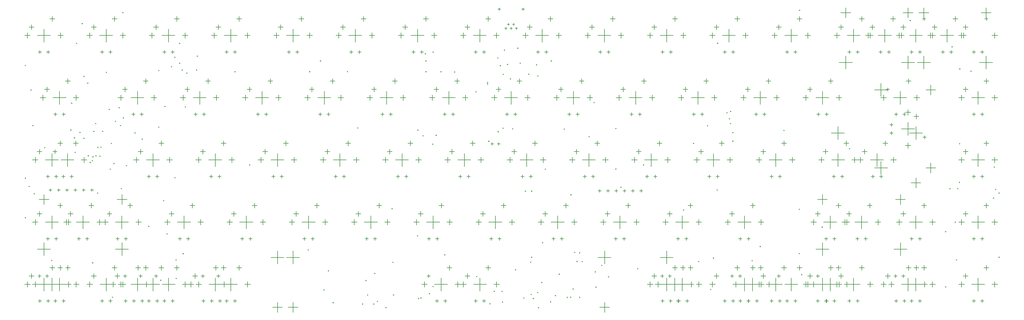
<source format=gbr>
%FSTAX23Y23*%
%MOIN*%
%SFA1B1*%

%IPPOS*%
%ADD132C,0.005000*%
%LNquadcube_65_pcb_drillmap_1-1*%
%LPD*%
G54D132*
X15042Y07411D02*
X15082D01*
X15062Y07391D02*
Y07431D01*
X04981Y06886D02*
X05021D01*
X05001Y06866D02*
Y06906D01*
X05824Y06136D02*
X05864D01*
X05844Y06116D02*
Y06156D01*
X05168Y06886D02*
X05208D01*
X05188Y06866D02*
Y06906D01*
X15012Y08386D02*
X15052D01*
X15032Y08366D02*
Y08406D01*
X15387Y08386D02*
X15427D01*
X15407Y08366D02*
Y08406D01*
X14918Y06886D02*
X14958D01*
X14938Y06866D02*
Y06906D01*
X15198Y07636D02*
X15238D01*
X15218Y07616D02*
Y07656D01*
X05356Y06136D02*
X05396D01*
X05376Y06116D02*
Y06156D01*
X04981Y06136D02*
X05021D01*
X05001Y06116D02*
Y06156D01*
X16137Y08386D02*
X16177D01*
X16157Y08366D02*
Y08406D01*
X15762Y08386D02*
X15802D01*
X15782Y08366D02*
Y08406D01*
X14637Y08386D02*
X14677D01*
X14657Y08366D02*
Y08406D01*
X05818Y05386D02*
X05858D01*
X05838Y05366D02*
Y05406D01*
X14731Y06136D02*
X14771D01*
X14751Y06116D02*
Y06156D01*
X14356Y06136D02*
X14396D01*
X14376Y06116D02*
Y06156D01*
X07137Y05386D02*
X07177D01*
X07157Y05366D02*
Y05406D01*
X10137Y05386D02*
X10177D01*
X10157Y05366D02*
Y05406D01*
X12581Y05386D02*
X12621D01*
X12601Y05366D02*
Y05406D01*
X12381Y05386D02*
X12421D01*
X12401Y05366D02*
Y05406D01*
X09668Y05386D02*
X09708D01*
X09688Y05366D02*
Y05406D01*
X13699Y05386D02*
X13739D01*
X13719Y05366D02*
Y05406D01*
X14356Y05386D02*
X14396D01*
X14376Y05366D02*
Y05406D01*
X14156Y05386D02*
X14196D01*
X14176Y05366D02*
Y05406D01*
X13224Y05386D02*
X13264D01*
X13244Y05366D02*
Y05406D01*
X13887Y05386D02*
X13927D01*
X13907Y05366D02*
Y05406D01*
X14637Y05386D02*
X14677D01*
X14657Y05366D02*
Y05406D01*
X13424Y05386D02*
X13464D01*
X13444Y05366D02*
Y05406D01*
X13137Y05386D02*
X13177D01*
X13157Y05366D02*
Y05406D01*
X04872Y07086D02*
X05029D01*
X04951Y07008D02*
Y07165D01*
X105Y0872D02*
X10527D01*
X10513Y08706D02*
Y08734D01*
X10437Y0872D02*
X10464D01*
X1045Y08706D02*
Y08734D01*
X10531Y08673D02*
X10559D01*
X10545Y08659D02*
Y08687D01*
X10405Y08673D02*
X10433D01*
X10419Y08659D02*
Y08687D01*
X10468Y08673D02*
X10496D01*
X10482Y08659D02*
Y08687D01*
X10609Y08903D02*
X10642D01*
X10625Y08886D02*
Y0892D01*
X10321Y08903D02*
X10355D01*
X10338Y08886D02*
Y0892D01*
X05416Y06724D02*
X05451D01*
X05434Y06706D02*
Y06742D01*
X05316Y06724D02*
X05351D01*
X05334Y06706D02*
Y06742D01*
X05216Y06724D02*
X05251D01*
X05234Y06706D02*
Y06742D01*
X05116Y06724D02*
X05151D01*
X05134Y06706D02*
Y06742D01*
X05016Y06724D02*
X05051D01*
X05034Y06706D02*
Y06742D01*
X04916Y06724D02*
X04951D01*
X04934Y06706D02*
Y06742D01*
X1203Y06715D02*
X12065D01*
X12048Y06697D02*
Y06733D01*
X1193Y06715D02*
X11965D01*
X11948Y06697D02*
Y06733D01*
X1183Y06715D02*
X11865D01*
X11848Y06697D02*
Y06733D01*
X1173Y06715D02*
X11765D01*
X11748Y06697D02*
Y06733D01*
X1163Y06715D02*
X11665D01*
X11648Y06697D02*
Y06733D01*
X1153Y06715D02*
X11565D01*
X11548Y06697D02*
Y06733D01*
X10316Y07281D02*
X10348D01*
X10332Y07265D02*
Y07297D01*
X10238Y07281D02*
X10269D01*
X10253Y07265D02*
Y07297D01*
X15653Y08586D02*
X15811D01*
X15732Y08508D02*
Y08665D01*
X15427Y05786D02*
X15486D01*
X15457Y05757D02*
Y05816D01*
X15523Y05586D02*
X15591D01*
X15557Y05553D02*
Y0562D01*
X15287Y05386D02*
X15327D01*
X15307Y05366D02*
Y05406D01*
X15278Y05586D02*
X15436D01*
X15357Y05508D02*
Y05665D01*
X15187Y05686D02*
X15226D01*
X15207Y05667D02*
Y05706D01*
X14677Y05786D02*
X14736D01*
X14707Y05757D02*
Y05816D01*
X14373Y05586D02*
X14441D01*
X14407Y05553D02*
Y0562D01*
X14773Y05586D02*
X14841D01*
X14807Y05553D02*
Y0562D01*
X14537Y05386D02*
X14577D01*
X14557Y05366D02*
Y05406D01*
X14528Y05586D02*
X14686D01*
X14607Y05508D02*
Y05665D01*
X14427Y05686D02*
X14486D01*
X14457Y05657D02*
Y05716D01*
X13927Y05786D02*
X13986D01*
X13957Y05757D02*
Y05816D01*
X14023Y05586D02*
X14091D01*
X14057Y05553D02*
Y0562D01*
X13787Y05386D02*
X13827D01*
X13807Y05366D02*
Y05406D01*
X13778Y05586D02*
X13936D01*
X13857Y05508D02*
Y05665D01*
X13687Y05686D02*
X13726D01*
X13707Y05667D02*
Y05706D01*
X15093Y05686D02*
X15133D01*
X15113Y05667D02*
Y05706D01*
X15184Y05586D02*
X15342D01*
X15263Y05508D02*
Y05665D01*
X15429Y05586D02*
X15497D01*
X15463Y05553D02*
Y0562D01*
X15029Y05586D02*
X15097D01*
X15063Y05553D02*
Y0562D01*
X15334Y05786D02*
X15393D01*
X15363Y05757D02*
Y05816D01*
X1524Y05786D02*
X15299D01*
X15269Y05757D02*
Y05816D01*
X14936Y05586D02*
X15003D01*
X14969Y05553D02*
Y0562D01*
X15099Y05386D02*
X15139D01*
X15119Y05366D02*
Y05406D01*
X1499Y05686D02*
X15049D01*
X15019Y05657D02*
Y05716D01*
X14156Y05686D02*
X14195D01*
X14176Y05667D02*
Y05706D01*
X14247Y05586D02*
X14404D01*
X14326Y05508D02*
Y05665D01*
X14256Y05386D02*
X14296D01*
X14276Y05366D02*
Y05406D01*
X14492Y05586D02*
X14559D01*
X14526Y05553D02*
Y0562D01*
X14092Y05586D02*
X14159D01*
X14126Y05553D02*
Y0562D01*
X14396Y05786D02*
X14455D01*
X14426Y05757D02*
Y05816D01*
X13177Y05786D02*
X13236D01*
X13207Y05757D02*
Y05816D01*
X12873Y05586D02*
X12941D01*
X12907Y05553D02*
Y0562D01*
X13037Y05386D02*
X13077D01*
X13057Y05366D02*
Y05406D01*
X12927Y05686D02*
X12986D01*
X12957Y05657D02*
Y05716D01*
X14396Y06536D02*
X14455D01*
X14426Y06507D02*
Y06566D01*
X14092Y06336D02*
X14159D01*
X14126Y06303D02*
Y0637D01*
X14492Y06336D02*
X14559D01*
X14526Y06303D02*
Y0637D01*
X14256Y06136D02*
X14296D01*
X14276Y06116D02*
Y06156D01*
X14247Y06336D02*
X14404D01*
X14326Y06258D02*
Y06415D01*
X14146Y06436D02*
X14205D01*
X14176Y06407D02*
Y06466D01*
X15238Y08036D02*
X15298D01*
X15268Y08007D02*
Y08066D01*
X14934Y07836D02*
X15002D01*
X14968Y07803D02*
Y0787D01*
X15334Y07836D02*
X15402D01*
X15368Y07803D02*
Y0787D01*
X15098Y07636D02*
X15138D01*
X15118Y07616D02*
Y07656D01*
X15089Y07836D02*
X15247D01*
X15168Y07758D02*
Y07915D01*
X14998Y07936D02*
X15038D01*
X15018Y07917D02*
Y07956D01*
X15442Y07361D02*
X15481D01*
X15462Y07342D02*
Y07381D01*
X15228Y07661D02*
X15296D01*
X15262Y07628D02*
Y07695D01*
X15228Y07261D02*
X15296D01*
X15262Y07228D02*
Y07295D01*
X15042Y07511D02*
X15082D01*
X15062Y07491D02*
Y07531D01*
X15183Y07461D02*
X15341D01*
X15262Y07383D02*
Y0754D01*
X15332Y07611D02*
X15391D01*
X15362Y07582D02*
Y07641D01*
X14959Y07286D02*
X15018D01*
X14988Y07257D02*
Y07316D01*
X14654Y07086D02*
X14722D01*
X14688Y07053D02*
Y0712D01*
X15054Y07086D02*
X15122D01*
X15088Y07053D02*
Y0712D01*
X14818Y06886D02*
X14858D01*
X14838Y06866D02*
Y06906D01*
X14809Y07086D02*
X14967D01*
X14888Y07008D02*
Y07165D01*
X14709Y07186D02*
X14768D01*
X14738Y07157D02*
Y07216D01*
X1449Y07286D02*
X14549D01*
X14519Y07257D02*
Y07316D01*
X14186Y07086D02*
X14253D01*
X14219Y07053D02*
Y0712D01*
X14586Y07086D02*
X14653D01*
X14619Y07053D02*
Y0712D01*
X14349Y06886D02*
X14389D01*
X14369Y06866D02*
Y06906D01*
X14341Y07086D02*
X14498D01*
X14419Y07008D02*
Y07165D01*
X1424Y07186D02*
X14299D01*
X14269Y07157D02*
Y07216D01*
X12427Y05786D02*
X12486D01*
X12457Y05757D02*
Y05816D01*
X12123Y05586D02*
X12191D01*
X12157Y05553D02*
Y0562D01*
X12287Y05386D02*
X12327D01*
X12307Y05366D02*
Y05406D01*
X12278Y05586D02*
X12436D01*
X12357Y05508D02*
Y05665D01*
X12177Y05686D02*
X12236D01*
X12207Y05657D02*
Y05716D01*
X13459Y05786D02*
X13518D01*
X13488Y05757D02*
Y05816D01*
X13154Y05586D02*
X13222D01*
X13188Y05553D02*
Y0562D01*
X13554Y05586D02*
X13622D01*
X13588Y05553D02*
Y0562D01*
X13318Y05386D02*
X13358D01*
X13338Y05366D02*
Y05406D01*
X13309Y05586D02*
X13467D01*
X13388Y05508D02*
Y05665D01*
X13218Y05686D02*
X13258D01*
X13238Y05667D02*
Y05706D01*
X1349Y05686D02*
X13549D01*
X13519Y05657D02*
Y05716D01*
X13591Y05586D02*
X13748D01*
X13669Y05508D02*
Y05665D01*
X13599Y05386D02*
X13639D01*
X13619Y05366D02*
Y05406D01*
X13436Y05586D02*
X13503D01*
X13469Y05553D02*
Y0562D01*
X1374Y05786D02*
X13799D01*
X13769Y05757D02*
Y05816D01*
X14302Y05786D02*
X14361D01*
X14332Y05757D02*
Y05816D01*
X13998Y05586D02*
X14066D01*
X14032Y05553D02*
Y0562D01*
X14398Y05586D02*
X14466D01*
X14432Y05553D02*
Y0562D01*
X14262Y05386D02*
X14302D01*
X14282Y05366D02*
Y05406D01*
X14153Y05586D02*
X14311D01*
X14232Y05508D02*
Y05665D01*
X14052Y05686D02*
X14111D01*
X14082Y05657D02*
Y05716D01*
X12281Y05686D02*
X1232D01*
X12301Y05667D02*
Y05706D01*
X12372Y05586D02*
X12529D01*
X12451Y05508D02*
Y05665D01*
X12481Y05386D02*
X12521D01*
X12501Y05366D02*
Y05406D01*
X12617Y05586D02*
X12684D01*
X12651Y05553D02*
Y0562D01*
X12217Y05586D02*
X12284D01*
X12251Y05553D02*
Y0562D01*
X12521Y05786D02*
X1258D01*
X12551Y05757D02*
Y05816D01*
X10177Y05786D02*
X10236D01*
X10207Y05757D02*
Y05816D01*
X09873Y05586D02*
X09941D01*
X09907Y05553D02*
Y0562D01*
X10273Y05586D02*
X10341D01*
X10307Y05553D02*
Y0562D01*
X10037Y05386D02*
X10077D01*
X10057Y05366D02*
Y05406D01*
X10028Y05586D02*
X10186D01*
X10107Y05508D02*
Y05665D01*
X09927Y05686D02*
X09986D01*
X09957Y05657D02*
Y05716D01*
X12375Y05686D02*
X12414D01*
X12394Y05667D02*
Y05706D01*
X12466Y05586D02*
X12623D01*
X12544Y05508D02*
Y05665D01*
X12474Y05386D02*
X12514D01*
X12494Y05366D02*
Y05406D01*
X12711Y05586D02*
X12778D01*
X12744Y05553D02*
Y0562D01*
X12615Y05786D02*
X12674D01*
X12644Y05757D02*
Y05816D01*
X09405Y05587D02*
X09472D01*
X09438Y05553D02*
Y05621D01*
X09805Y05587D02*
X09872D01*
X09838Y05553D02*
Y05621D01*
X13125Y05686D02*
X13164D01*
X13144Y05667D02*
Y05706D01*
X13216Y05586D02*
X13373D01*
X13294Y05508D02*
Y05665D01*
X13324Y05386D02*
X13364D01*
X13344Y05366D02*
Y05406D01*
X13461Y05586D02*
X13528D01*
X13494Y05553D02*
Y0562D01*
X13365Y05786D02*
X13424D01*
X13394Y05757D02*
Y05816D01*
X09709Y05786D02*
X09768D01*
X09738Y05757D02*
Y05816D01*
X09568Y05386D02*
X09608D01*
X09588Y05366D02*
Y05406D01*
X09559Y05586D02*
X09717D01*
X09638Y05508D02*
Y05665D01*
X09468Y05686D02*
X09508D01*
X09488Y05667D02*
Y05706D01*
X06937Y05686D02*
X06976D01*
X06957Y05667D02*
Y05706D01*
X07028Y05586D02*
X07186D01*
X07107Y05508D02*
Y05665D01*
X07037Y05386D02*
X07077D01*
X07057Y05366D02*
Y05406D01*
X07273Y05586D02*
X07341D01*
X07307Y05553D02*
Y0562D01*
X07177Y05786D02*
X07236D01*
X07207Y05757D02*
Y05816D01*
X0675Y05686D02*
X06789D01*
X06769Y05667D02*
Y05706D01*
X06841Y05586D02*
X06998D01*
X06919Y05508D02*
Y05665D01*
X06686Y05586D02*
X06753D01*
X06719Y05553D02*
Y0562D01*
X0699Y05786D02*
X07049D01*
X07019Y05757D02*
Y05816D01*
X06646Y05686D02*
X06705D01*
X06676Y05657D02*
Y05716D01*
X06856Y05386D02*
X06896D01*
X06876Y05366D02*
Y05406D01*
X06992Y05586D02*
X07059D01*
X07026Y05553D02*
Y0562D01*
X06592Y05586D02*
X06659D01*
X06626Y05553D02*
Y0562D01*
X06896Y05786D02*
X06955D01*
X06926Y05757D02*
Y05816D01*
X05959Y05786D02*
X06018D01*
X05988Y05757D02*
Y05816D01*
X05654Y05586D02*
X05722D01*
X05688Y05553D02*
Y0562D01*
X06054Y05586D02*
X06122D01*
X06088Y05553D02*
Y0562D01*
X05918Y05386D02*
X05958D01*
X05938Y05366D02*
Y05406D01*
X05709Y05686D02*
X05768D01*
X05738Y05657D02*
Y05716D01*
X06427Y05786D02*
X06486D01*
X06457Y05757D02*
Y05816D01*
X06523Y05586D02*
X06591D01*
X06557Y05553D02*
Y0562D01*
X06287Y05386D02*
X06327D01*
X06307Y05366D02*
Y05406D01*
X06278Y05586D02*
X06436D01*
X06357Y05508D02*
Y05665D01*
X06187Y05686D02*
X06226D01*
X06207Y05667D02*
Y05706D01*
X05427Y05686D02*
X05486D01*
X05457Y05657D02*
Y05716D01*
X05528Y05586D02*
X05686D01*
X05607Y05508D02*
Y05665D01*
X05537Y05386D02*
X05577D01*
X05557Y05366D02*
Y05406D01*
X05773Y05586D02*
X05841D01*
X05807Y05553D02*
Y0562D01*
X05373Y05586D02*
X05441D01*
X05407Y05553D02*
Y0562D01*
X05677Y05786D02*
X05736D01*
X05707Y05757D02*
Y05816D01*
X06Y05686D02*
X06039D01*
X06019Y05667D02*
Y05706D01*
X06091Y05586D02*
X06248D01*
X06169Y05508D02*
Y05665D01*
X06099Y05386D02*
X06139D01*
X06119Y05366D02*
Y05406D01*
X0624Y05786D02*
X06299D01*
X06269Y05757D02*
Y05816D01*
X04677Y05686D02*
X04736D01*
X04707Y05657D02*
Y05716D01*
X04778Y05586D02*
X04936D01*
X04857Y05508D02*
Y05665D01*
X04787Y05386D02*
X04827D01*
X04807Y05366D02*
Y05406D01*
X04623Y05586D02*
X04691D01*
X04657Y05553D02*
Y0562D01*
X04927Y05786D02*
X04986D01*
X04957Y05757D02*
Y05816D01*
X05812Y05686D02*
X05851D01*
X05832Y05667D02*
Y05706D01*
X05903Y05586D02*
X06061D01*
X05982Y05508D02*
Y05665D01*
X05748Y05586D02*
X05816D01*
X05782Y05553D02*
Y0562D01*
X06052Y05786D02*
X06111D01*
X06082Y05757D02*
Y05816D01*
X05146Y06436D02*
X05205D01*
X05176Y06407D02*
Y06466D01*
X05247Y06336D02*
X05404D01*
X05326Y06258D02*
Y06415D01*
X05256Y06136D02*
X05296D01*
X05276Y06116D02*
Y06156D01*
X05492Y06336D02*
X05559D01*
X05526Y06303D02*
Y0637D01*
X05092Y06336D02*
X05159D01*
X05126Y06303D02*
Y0637D01*
X05396Y06536D02*
X05455D01*
X05426Y06507D02*
Y06566D01*
X05615Y06436D02*
X05674D01*
X05644Y06407D02*
Y06466D01*
X05716Y06336D02*
X05873D01*
X05794Y06258D02*
Y06415D01*
X05724Y06136D02*
X05764D01*
X05744Y06116D02*
Y06156D01*
X05961Y06336D02*
X06028D01*
X05994Y06303D02*
Y0637D01*
X05561Y06336D02*
X05628D01*
X05594Y06303D02*
Y0637D01*
X05865Y06536D02*
X05924D01*
X05894Y06507D02*
Y06566D01*
X05115Y05786D02*
X05174D01*
X05144Y05757D02*
Y05816D01*
X05211Y05586D02*
X05278D01*
X05244Y05553D02*
Y0562D01*
X04974Y05386D02*
X05014D01*
X04994Y05366D02*
Y05406D01*
X04966Y05586D02*
X05123D01*
X05044Y05508D02*
Y05665D01*
X04875Y05686D02*
X04914D01*
X04894Y05667D02*
Y05706D01*
X05021Y05786D02*
X0508D01*
X05051Y05757D02*
Y05816D01*
X04717Y05586D02*
X04784D01*
X04751Y05553D02*
Y0562D01*
X05117Y05586D02*
X05184D01*
X05151Y05553D02*
Y0562D01*
X04872Y05586D02*
X05029D01*
X04951Y05508D02*
Y05665D01*
X04781Y05686D02*
X0482D01*
X04801Y05667D02*
Y05706D01*
X04964Y07186D02*
X05012D01*
X04988Y07163D02*
Y0721D01*
X05059Y07086D02*
X05217D01*
X05138Y07008D02*
Y07165D01*
X05068Y06886D02*
X05108D01*
X05088Y06866D02*
Y06906D01*
X05304Y07086D02*
X05372D01*
X05338Y07053D02*
Y0712D01*
X05208Y07286D02*
X05268D01*
X05238Y07257D02*
Y07316D01*
X04771Y06436D02*
X0483D01*
X04801Y06407D02*
Y06466D01*
X04872Y06336D02*
X05029D01*
X04951Y06258D02*
Y06415D01*
X04881Y06136D02*
X04921D01*
X04901Y06116D02*
Y06156D01*
X05117Y06336D02*
X05184D01*
X05151Y06303D02*
Y0637D01*
X04717Y06336D02*
X04784D01*
X04751Y06303D02*
Y0637D01*
X05021Y06536D02*
X0508D01*
X05051Y06507D02*
Y06566D01*
X04771Y07186D02*
X0483D01*
X04801Y07157D02*
Y07216D01*
X04881Y06886D02*
X04921D01*
X04901Y06866D02*
Y06906D01*
X04717Y07086D02*
X04784D01*
X04751Y07053D02*
Y0712D01*
X05021Y07286D02*
X0508D01*
X05051Y07257D02*
Y07316D01*
X15437Y08786D02*
X15476D01*
X15457Y08767D02*
Y08806D01*
X15123Y08586D02*
X15191D01*
X15157Y08553D02*
Y0862D01*
X15523Y08586D02*
X15591D01*
X15557Y08553D02*
Y0862D01*
X15287Y08386D02*
X15327D01*
X15307Y08366D02*
Y08406D01*
X15278Y08586D02*
X15436D01*
X15357Y08508D02*
Y08665D01*
X15177Y08686D02*
X15236D01*
X15207Y08657D02*
Y08716D01*
X15802Y08786D02*
X15861D01*
X15832Y08757D02*
Y08816D01*
X15498Y08586D02*
X15566D01*
X15532Y08553D02*
Y0862D01*
X15898Y08586D02*
X15966D01*
X15932Y08553D02*
Y0862D01*
X15662Y08386D02*
X15702D01*
X15682Y08366D02*
Y08406D01*
X15552Y08686D02*
X15611D01*
X15582Y08657D02*
Y08716D01*
X16187Y08786D02*
X16226D01*
X16207Y08767D02*
Y08806D01*
X15873Y08586D02*
X15941D01*
X15907Y08553D02*
Y0862D01*
X16273Y08586D02*
X16341D01*
X16307Y08553D02*
Y0862D01*
X16037Y08386D02*
X16077D01*
X16057Y08366D02*
Y08406D01*
X15927Y08686D02*
X15986D01*
X15957Y08657D02*
Y08716D01*
X14771Y06536D02*
X1483D01*
X14801Y06507D02*
Y06566D01*
X14467Y06336D02*
X14534D01*
X14501Y06303D02*
Y0637D01*
X14867Y06336D02*
X14934D01*
X14901Y06303D02*
Y0637D01*
X14631Y06136D02*
X14671D01*
X14651Y06116D02*
Y06156D01*
X14622Y06336D02*
X14779D01*
X14701Y06258D02*
Y06415D01*
X14521Y06436D02*
X1458D01*
X14551Y06407D02*
Y06466D01*
X14802Y08686D02*
X14861D01*
X14832Y08657D02*
Y08716D01*
X14903Y08586D02*
X15061D01*
X14982Y08508D02*
Y08665D01*
X14912Y08386D02*
X14952D01*
X14932Y08366D02*
Y08406D01*
X15148Y08586D02*
X15216D01*
X15182Y08553D02*
Y0862D01*
X14748Y08586D02*
X14816D01*
X14782Y08553D02*
Y0862D01*
X15052Y08786D02*
X15111D01*
X15082Y08757D02*
Y08816D01*
X14677Y08786D02*
X14736D01*
X14707Y08757D02*
Y08816D01*
X14373Y08586D02*
X14441D01*
X14407Y08553D02*
Y0862D01*
X14773Y08586D02*
X14841D01*
X14807Y08553D02*
Y0862D01*
X14537Y08386D02*
X14577D01*
X14557Y08366D02*
Y08406D01*
X14528Y08586D02*
X14686D01*
X14607Y08508D02*
Y08665D01*
X14427Y08686D02*
X14486D01*
X14457Y08657D02*
Y08716D01*
X15279Y07411D02*
X15437D01*
X15358Y07333D02*
Y0749D01*
X14339Y07411D02*
X14497D01*
X14418Y07333D02*
Y0749D01*
X12277Y05911D02*
X12434D01*
X12356Y05833D02*
Y0599D01*
X14152Y06011D02*
X14309D01*
X14231Y05933D02*
Y0609D01*
X11549Y05311D02*
X11667D01*
X11608Y05252D02*
Y05371D01*
X15111Y06611D02*
X1523D01*
X15171Y06552D02*
Y06671D01*
X15092Y06011D02*
X15249D01*
X15171Y05933D02*
Y0609D01*
X15299Y06811D02*
X15417D01*
X15358Y06752D02*
Y06871D01*
X11529Y05911D02*
X11687D01*
X11608Y05833D02*
Y0599D01*
X07609Y05311D02*
X07727D01*
X07668Y05252D02*
Y05371D01*
X07777Y05911D02*
X07934D01*
X07856Y05833D02*
Y0599D01*
X07589Y05911D02*
X07747D01*
X07668Y05833D02*
Y0599D01*
X07796Y05311D02*
X07915D01*
X07856Y05252D02*
Y05371D01*
X14453Y08861D02*
X14571D01*
X14512Y08802D02*
Y08921D01*
X15203Y08861D02*
X15321D01*
X15262Y08802D02*
Y08921D01*
X16143Y08861D02*
X16261D01*
X16202Y08802D02*
Y08921D01*
X15478Y06991D02*
X15596D01*
X15537Y06932D02*
Y07051D01*
X15393Y08861D02*
X15511D01*
X15452Y08802D02*
Y08921D01*
X14433Y08261D02*
X14591D01*
X14512Y08183D02*
Y0834D01*
X15183Y08261D02*
X15341D01*
X15262Y08183D02*
Y0834D01*
X14858Y07931D02*
X15016D01*
X14937Y07853D02*
Y0801D01*
X15373Y08261D02*
X15531D01*
X15452Y08183D02*
Y0834D01*
X16123Y08261D02*
X16281D01*
X16202Y08183D02*
Y0834D01*
X14858Y06991D02*
X15016D01*
X14937Y06913D02*
Y0707D01*
X15478Y07931D02*
X15596D01*
X15537Y07872D02*
Y07991D01*
X05736Y06611D02*
X05855D01*
X05796Y06552D02*
Y06671D01*
X05717Y06011D02*
X05874D01*
X05796Y05933D02*
Y0609D01*
X04777Y06011D02*
X04934D01*
X04856Y05933D02*
Y0609D01*
X04796Y06611D02*
X04915D01*
X04856Y06552D02*
Y06671D01*
X14171Y06611D02*
X1429D01*
X14231Y06552D02*
Y06671D01*
X16028Y07836D02*
X16186D01*
X16107Y07758D02*
Y07915D01*
X16137Y07636D02*
X16177D01*
X16157Y07616D02*
Y07656D01*
X16037Y07636D02*
X16077D01*
X16057Y07616D02*
Y07656D01*
X16273Y07836D02*
X16341D01*
X16307Y07803D02*
Y0787D01*
X15873Y07836D02*
X15941D01*
X15907Y07803D02*
Y0787D01*
X16177Y08036D02*
X16236D01*
X16207Y08007D02*
Y08066D01*
X15927Y07936D02*
X15986D01*
X15957Y07907D02*
Y07966D01*
X15927Y07186D02*
X15986D01*
X15957Y07157D02*
Y07216D01*
X16177Y07286D02*
X16236D01*
X16207Y07257D02*
Y07316D01*
X15873Y07086D02*
X15941D01*
X15907Y07053D02*
Y0712D01*
X16273Y07086D02*
X16341D01*
X16307Y07053D02*
Y0712D01*
X16037Y06886D02*
X16077D01*
X16057Y06866D02*
Y06906D01*
X16137Y06886D02*
X16177D01*
X16157Y06866D02*
Y06906D01*
X16028Y07086D02*
X16186D01*
X16107Y07008D02*
Y07165D01*
X10964Y06336D02*
X11122D01*
X11043Y06258D02*
Y06415D01*
X11073Y06136D02*
X11113D01*
X11093Y06116D02*
Y06156D01*
X10973Y06136D02*
X11013D01*
X10993Y06116D02*
Y06156D01*
X11209Y06336D02*
X11277D01*
X11243Y06303D02*
Y0637D01*
X10809Y06336D02*
X10877D01*
X10843Y06303D02*
Y0637D01*
X11113Y06536D02*
X11173D01*
X11143Y06507D02*
Y06566D01*
X10863Y06436D02*
X10923D01*
X10893Y06407D02*
Y06466D01*
X11613Y06436D02*
X11673D01*
X11643Y06407D02*
Y06466D01*
X11863Y06536D02*
X11923D01*
X11893Y06507D02*
Y06566D01*
X11559Y06336D02*
X11627D01*
X11593Y06303D02*
Y0637D01*
X11959Y06336D02*
X12027D01*
X11993Y06303D02*
Y0637D01*
X11723Y06136D02*
X11763D01*
X11743Y06116D02*
Y06156D01*
X11823Y06136D02*
X11863D01*
X11843Y06116D02*
Y06156D01*
X11714Y06336D02*
X11872D01*
X11793Y06258D02*
Y06415D01*
X10214Y06336D02*
X10372D01*
X10293Y06258D02*
Y06415D01*
X10323Y06136D02*
X10363D01*
X10343Y06116D02*
Y06156D01*
X10223Y06136D02*
X10263D01*
X10243Y06116D02*
Y06156D01*
X10459Y06336D02*
X10527D01*
X10493Y06303D02*
Y0637D01*
X10059Y06336D02*
X10127D01*
X10093Y06303D02*
Y0637D01*
X10363Y06536D02*
X10423D01*
X10393Y06507D02*
Y06566D01*
X10113Y06436D02*
X10173D01*
X10143Y06407D02*
Y06466D01*
X09363Y06436D02*
X09423D01*
X09393Y06407D02*
Y06466D01*
X09613Y06536D02*
X09673D01*
X09643Y06507D02*
Y06566D01*
X09309Y06336D02*
X09377D01*
X09343Y06303D02*
Y0637D01*
X09709Y06336D02*
X09777D01*
X09743Y06303D02*
Y0637D01*
X09473Y06136D02*
X09513D01*
X09493Y06116D02*
Y06156D01*
X09573Y06136D02*
X09613D01*
X09593Y06116D02*
Y06156D01*
X09464Y06336D02*
X09622D01*
X09543Y06258D02*
Y06415D01*
X12464Y06336D02*
X12622D01*
X12543Y06258D02*
Y06415D01*
X12573Y06136D02*
X12613D01*
X12593Y06116D02*
Y06156D01*
X12473Y06136D02*
X12513D01*
X12493Y06116D02*
Y06156D01*
X12709Y06336D02*
X12777D01*
X12743Y06303D02*
Y0637D01*
X12309Y06336D02*
X12377D01*
X12343Y06303D02*
Y0637D01*
X12613Y06536D02*
X12673D01*
X12643Y06507D02*
Y06566D01*
X12363Y06436D02*
X12423D01*
X12393Y06407D02*
Y06466D01*
X13113Y06436D02*
X13173D01*
X13143Y06407D02*
Y06466D01*
X13363Y06536D02*
X13423D01*
X13393Y06507D02*
Y06566D01*
X13059Y06336D02*
X13127D01*
X13093Y06303D02*
Y0637D01*
X13459Y06336D02*
X13527D01*
X13493Y06303D02*
Y0637D01*
X13223Y06136D02*
X13263D01*
X13243Y06116D02*
Y06156D01*
X13323Y06136D02*
X13363D01*
X13343Y06116D02*
Y06156D01*
X13214Y06336D02*
X13372D01*
X13293Y06258D02*
Y06415D01*
X15278Y06336D02*
X15436D01*
X15357Y06258D02*
Y06415D01*
X15387Y06136D02*
X15427D01*
X15407Y06116D02*
Y06156D01*
X15287Y06136D02*
X15327D01*
X15307Y06116D02*
Y06156D01*
X15523Y06336D02*
X15591D01*
X15557Y06303D02*
Y0637D01*
X15123Y06336D02*
X15191D01*
X15157Y06303D02*
Y0637D01*
X15427Y06536D02*
X15486D01*
X15457Y06507D02*
Y06566D01*
X15177Y06436D02*
X15236D01*
X15207Y06407D02*
Y06466D01*
X08051Y07936D02*
X0811D01*
X08081Y07907D02*
Y07966D01*
X08301Y08036D02*
X0836D01*
X08331Y08007D02*
Y08066D01*
X07997Y07836D02*
X08064D01*
X08031Y07803D02*
Y0787D01*
X08397Y07836D02*
X08464D01*
X08431Y07803D02*
Y0787D01*
X08161Y07636D02*
X08201D01*
X08181Y07616D02*
Y07656D01*
X08261Y07636D02*
X08301D01*
X08281Y07616D02*
Y07656D01*
X08152Y07836D02*
X08309D01*
X08231Y07758D02*
Y07915D01*
X08902Y07836D02*
X09059D01*
X08981Y07758D02*
Y07915D01*
X09011Y07636D02*
X09051D01*
X09031Y07616D02*
Y07656D01*
X08911Y07636D02*
X08951D01*
X08931Y07616D02*
Y07656D01*
X09147Y07836D02*
X09214D01*
X09181Y07803D02*
Y0787D01*
X08747Y07836D02*
X08814D01*
X08781Y07803D02*
Y0787D01*
X09051Y08036D02*
X0911D01*
X09081Y08007D02*
Y08066D01*
X08801Y07936D02*
X0886D01*
X08831Y07907D02*
Y07966D01*
X07301Y07936D02*
X0736D01*
X07331Y07907D02*
Y07966D01*
X07551Y08036D02*
X0761D01*
X07581Y08007D02*
Y08066D01*
X07247Y07836D02*
X07314D01*
X07281Y07803D02*
Y0787D01*
X07647Y07836D02*
X07714D01*
X07681Y07803D02*
Y0787D01*
X07411Y07636D02*
X07451D01*
X07431Y07616D02*
Y07656D01*
X07511Y07636D02*
X07551D01*
X07531Y07616D02*
Y07656D01*
X07402Y07836D02*
X07559D01*
X07481Y07758D02*
Y07915D01*
X06652Y07836D02*
X06809D01*
X06731Y07758D02*
Y07915D01*
X06761Y07636D02*
X06801D01*
X06781Y07616D02*
Y07656D01*
X06661Y07636D02*
X06701D01*
X06681Y07616D02*
Y07656D01*
X06897Y07836D02*
X06964D01*
X06931Y07803D02*
Y0787D01*
X06497Y07836D02*
X06564D01*
X06531Y07803D02*
Y0787D01*
X06801Y08036D02*
X0686D01*
X06831Y08007D02*
Y08066D01*
X06551Y07936D02*
X0661D01*
X06581Y07907D02*
Y07966D01*
X09551Y07936D02*
X0961D01*
X09581Y07907D02*
Y07966D01*
X09801Y08036D02*
X0986D01*
X09831Y08007D02*
Y08066D01*
X09497Y07836D02*
X09564D01*
X09531Y07803D02*
Y0787D01*
X09897Y07836D02*
X09964D01*
X09931Y07803D02*
Y0787D01*
X09661Y07636D02*
X09701D01*
X09681Y07616D02*
Y07656D01*
X09761Y07636D02*
X09801D01*
X09781Y07616D02*
Y07656D01*
X09652Y07836D02*
X09809D01*
X09731Y07758D02*
Y07915D01*
X10402Y07836D02*
X10559D01*
X10481Y07758D02*
Y07915D01*
X10511Y07636D02*
X10551D01*
X10531Y07616D02*
Y07656D01*
X10411Y07636D02*
X10451D01*
X10431Y07616D02*
Y07656D01*
X10647Y07836D02*
X10714D01*
X10681Y07803D02*
Y0787D01*
X10247Y07836D02*
X10314D01*
X10281Y07803D02*
Y0787D01*
X10551Y08036D02*
X1061D01*
X10581Y08007D02*
Y08066D01*
X10301Y07936D02*
X1036D01*
X10331Y07907D02*
Y07966D01*
X11801Y07936D02*
X1186D01*
X11831Y07907D02*
Y07966D01*
X12051Y08036D02*
X1211D01*
X12081Y08007D02*
Y08066D01*
X11747Y07836D02*
X11814D01*
X11781Y07803D02*
Y0787D01*
X12147Y07836D02*
X12214D01*
X12181Y07803D02*
Y0787D01*
X11911Y07636D02*
X11951D01*
X11931Y07616D02*
Y07656D01*
X12011Y07636D02*
X12051D01*
X12031Y07616D02*
Y07656D01*
X11902Y07836D02*
X12059D01*
X11981Y07758D02*
Y07915D01*
X11152Y07836D02*
X11309D01*
X11231Y07758D02*
Y07915D01*
X11261Y07636D02*
X11301D01*
X11281Y07616D02*
Y07656D01*
X11161Y07636D02*
X11201D01*
X11181Y07616D02*
Y07656D01*
X11397Y07836D02*
X11464D01*
X11431Y07803D02*
Y0787D01*
X10997Y07836D02*
X11064D01*
X11031Y07803D02*
Y0787D01*
X11301Y08036D02*
X1136D01*
X11331Y08007D02*
Y08066D01*
X11051Y07936D02*
X1111D01*
X11081Y07907D02*
Y07966D01*
X06738Y07186D02*
X06798D01*
X06768Y07157D02*
Y07216D01*
X06988Y07286D02*
X07048D01*
X07018Y07257D02*
Y07316D01*
X06684Y07086D02*
X06752D01*
X06718Y07053D02*
Y0712D01*
X07084Y07086D02*
X07152D01*
X07118Y07053D02*
Y0712D01*
X06848Y06886D02*
X06888D01*
X06868Y06866D02*
Y06906D01*
X06948Y06886D02*
X06988D01*
X06968Y06866D02*
Y06906D01*
X06839Y07086D02*
X06997D01*
X06918Y07008D02*
Y07165D01*
X07589Y07086D02*
X07747D01*
X07668Y07008D02*
Y07165D01*
X07698Y06886D02*
X07738D01*
X07718Y06866D02*
Y06906D01*
X07598Y06886D02*
X07638D01*
X07618Y06866D02*
Y06906D01*
X07834Y07086D02*
X07902D01*
X07868Y07053D02*
Y0712D01*
X07434Y07086D02*
X07502D01*
X07468Y07053D02*
Y0712D01*
X07738Y07286D02*
X07798D01*
X07768Y07257D02*
Y07316D01*
X07488Y07186D02*
X07548D01*
X07518Y07157D02*
Y07216D01*
X05988Y07186D02*
X06048D01*
X06018Y07157D02*
Y07216D01*
X06238Y07286D02*
X06298D01*
X06268Y07257D02*
Y07316D01*
X05934Y07086D02*
X06002D01*
X05968Y07053D02*
Y0712D01*
X06334Y07086D02*
X06402D01*
X06368Y07053D02*
Y0712D01*
X06098Y06886D02*
X06138D01*
X06118Y06866D02*
Y06906D01*
X06198Y06886D02*
X06238D01*
X06218Y06866D02*
Y06906D01*
X06089Y07086D02*
X06247D01*
X06168Y07008D02*
Y07165D01*
X12652Y07836D02*
X12809D01*
X12731Y07758D02*
Y07915D01*
X12761Y07636D02*
X12801D01*
X12781Y07616D02*
Y07656D01*
X12661Y07636D02*
X12701D01*
X12681Y07616D02*
Y07656D01*
X12897Y07836D02*
X12964D01*
X12931Y07803D02*
Y0787D01*
X12497Y07836D02*
X12564D01*
X12531Y07803D02*
Y0787D01*
X12801Y08036D02*
X1286D01*
X12831Y08007D02*
Y08066D01*
X12551Y07936D02*
X1261D01*
X12581Y07907D02*
Y07966D01*
X13301Y07936D02*
X1336D01*
X13331Y07907D02*
Y07966D01*
X13551Y08036D02*
X1361D01*
X13581Y08007D02*
Y08066D01*
X13247Y07836D02*
X13314D01*
X13281Y07803D02*
Y0787D01*
X13647Y07836D02*
X13714D01*
X13681Y07803D02*
Y0787D01*
X13411Y07636D02*
X13451D01*
X13431Y07616D02*
Y07656D01*
X13511Y07636D02*
X13551D01*
X13531Y07616D02*
Y07656D01*
X13402Y07836D02*
X13559D01*
X13481Y07758D02*
Y07915D01*
X14152Y07836D02*
X14309D01*
X14231Y07758D02*
Y07915D01*
X14261Y07636D02*
X14301D01*
X14281Y07616D02*
Y07656D01*
X14161Y07636D02*
X14201D01*
X14181Y07616D02*
Y07656D01*
X14397Y07836D02*
X14464D01*
X14431Y07803D02*
Y0787D01*
X13997Y07836D02*
X14064D01*
X14031Y07803D02*
Y0787D01*
X14301Y08036D02*
X1436D01*
X14331Y08007D02*
Y08066D01*
X14051Y07936D02*
X1411D01*
X14081Y07907D02*
Y07966D01*
X12176Y08686D02*
X12235D01*
X12206Y08657D02*
Y08716D01*
X12426Y08786D02*
X12485D01*
X12456Y08757D02*
Y08816D01*
X12122Y08586D02*
X12189D01*
X12156Y08553D02*
Y0862D01*
X12522Y08586D02*
X12589D01*
X12556Y08553D02*
Y0862D01*
X12286Y08386D02*
X12326D01*
X12306Y08366D02*
Y08406D01*
X12386Y08386D02*
X12426D01*
X12406Y08366D02*
Y08406D01*
X12277Y08586D02*
X12434D01*
X12356Y08508D02*
Y08665D01*
X13027Y08586D02*
X13184D01*
X13106Y08508D02*
Y08665D01*
X13136Y08386D02*
X13176D01*
X13156Y08366D02*
Y08406D01*
X13036Y08386D02*
X13076D01*
X13056Y08366D02*
Y08406D01*
X13272Y08586D02*
X13339D01*
X13306Y08553D02*
Y0862D01*
X12872Y08586D02*
X12939D01*
X12906Y08553D02*
Y0862D01*
X13176Y08786D02*
X13235D01*
X13206Y08757D02*
Y08816D01*
X12926Y08686D02*
X12985D01*
X12956Y08657D02*
Y08716D01*
X11426Y08686D02*
X11485D01*
X11456Y08657D02*
Y08716D01*
X11676Y08786D02*
X11735D01*
X11706Y08757D02*
Y08816D01*
X11372Y08586D02*
X11439D01*
X11406Y08553D02*
Y0862D01*
X11772Y08586D02*
X11839D01*
X11806Y08553D02*
Y0862D01*
X11536Y08386D02*
X11576D01*
X11556Y08366D02*
Y08406D01*
X11636Y08386D02*
X11676D01*
X11656Y08366D02*
Y08406D01*
X11527Y08586D02*
X11684D01*
X11606Y08508D02*
Y08665D01*
X10777Y08586D02*
X10934D01*
X10856Y08508D02*
Y08665D01*
X10886Y08386D02*
X10926D01*
X10906Y08366D02*
Y08406D01*
X10786Y08386D02*
X10826D01*
X10806Y08366D02*
Y08406D01*
X11022Y08586D02*
X11089D01*
X11056Y08553D02*
Y0862D01*
X10622Y08586D02*
X10689D01*
X10656Y08553D02*
Y0862D01*
X10926Y08786D02*
X10985D01*
X10956Y08757D02*
Y08816D01*
X10676Y08686D02*
X10735D01*
X10706Y08657D02*
Y08716D01*
X13676Y08686D02*
X13735D01*
X13706Y08657D02*
Y08716D01*
X13926Y08786D02*
X13985D01*
X13956Y08757D02*
Y08816D01*
X13622Y08586D02*
X13689D01*
X13656Y08553D02*
Y0862D01*
X14022Y08586D02*
X14089D01*
X14056Y08553D02*
Y0862D01*
X13786Y08386D02*
X13826D01*
X13806Y08366D02*
Y08406D01*
X13886Y08386D02*
X13926D01*
X13906Y08366D02*
Y08406D01*
X13777Y08586D02*
X13934D01*
X13856Y08508D02*
Y08665D01*
X09277Y08586D02*
X09434D01*
X09356Y08508D02*
Y08665D01*
X09386Y08386D02*
X09426D01*
X09406Y08366D02*
Y08406D01*
X09286Y08386D02*
X09326D01*
X09306Y08366D02*
Y08406D01*
X09522Y08586D02*
X09589D01*
X09556Y08553D02*
Y0862D01*
X09122Y08586D02*
X09189D01*
X09156Y08553D02*
Y0862D01*
X09426Y08786D02*
X09485D01*
X09456Y08757D02*
Y08816D01*
X09176Y08686D02*
X09235D01*
X09206Y08657D02*
Y08716D01*
X09926Y08686D02*
X09985D01*
X09956Y08657D02*
Y08716D01*
X10176Y08786D02*
X10235D01*
X10206Y08757D02*
Y08816D01*
X09872Y08586D02*
X09939D01*
X09906Y08553D02*
Y0862D01*
X10272Y08586D02*
X10339D01*
X10306Y08553D02*
Y0862D01*
X10036Y08386D02*
X10076D01*
X10056Y08366D02*
Y08406D01*
X10136Y08386D02*
X10176D01*
X10156Y08366D02*
Y08406D01*
X10027Y08586D02*
X10184D01*
X10106Y08508D02*
Y08665D01*
X08527Y08586D02*
X08684D01*
X08606Y08508D02*
Y08665D01*
X08636Y08386D02*
X08676D01*
X08656Y08366D02*
Y08406D01*
X08536Y08386D02*
X08576D01*
X08556Y08366D02*
Y08406D01*
X08772Y08586D02*
X08839D01*
X08806Y08553D02*
Y0862D01*
X08372Y08586D02*
X08439D01*
X08406Y08553D02*
Y0862D01*
X08676Y08786D02*
X08735D01*
X08706Y08757D02*
Y08816D01*
X08426Y08686D02*
X08485D01*
X08456Y08657D02*
Y08716D01*
X07676Y08686D02*
X07735D01*
X07706Y08657D02*
Y08716D01*
X07926Y08786D02*
X07985D01*
X07956Y08757D02*
Y08816D01*
X07622Y08586D02*
X07689D01*
X07656Y08553D02*
Y0862D01*
X08022Y08586D02*
X08089D01*
X08056Y08553D02*
Y0862D01*
X07786Y08386D02*
X07826D01*
X07806Y08366D02*
Y08406D01*
X07886Y08386D02*
X07926D01*
X07906Y08366D02*
Y08406D01*
X07777Y08586D02*
X07934D01*
X07856Y08508D02*
Y08665D01*
X04777Y08586D02*
X04934D01*
X04856Y08508D02*
Y08665D01*
X04886Y08386D02*
X04926D01*
X04906Y08366D02*
Y08406D01*
X04786Y08386D02*
X04826D01*
X04806Y08366D02*
Y08406D01*
X05022Y08586D02*
X05089D01*
X05056Y08553D02*
Y0862D01*
X04622Y08586D02*
X04689D01*
X04656Y08553D02*
Y0862D01*
X04926Y08786D02*
X04985D01*
X04956Y08757D02*
Y08816D01*
X04676Y08686D02*
X04735D01*
X04706Y08657D02*
Y08716D01*
X05426Y08686D02*
X05485D01*
X05456Y08657D02*
Y08716D01*
X05676Y08786D02*
X05735D01*
X05706Y08757D02*
Y08816D01*
X05372Y08586D02*
X05439D01*
X05406Y08553D02*
Y0862D01*
X05772Y08586D02*
X05839D01*
X05806Y08553D02*
Y0862D01*
X05536Y08386D02*
X05576D01*
X05556Y08366D02*
Y08406D01*
X05636Y08386D02*
X05676D01*
X05656Y08366D02*
Y08406D01*
X05527Y08586D02*
X05684D01*
X05606Y08508D02*
Y08665D01*
X07027Y08586D02*
X07184D01*
X07106Y08508D02*
Y08665D01*
X07136Y08386D02*
X07176D01*
X07156Y08366D02*
Y08406D01*
X07036Y08386D02*
X07076D01*
X07056Y08366D02*
Y08406D01*
X07272Y08586D02*
X07339D01*
X07306Y08553D02*
Y0862D01*
X06872Y08586D02*
X06939D01*
X06906Y08553D02*
Y0862D01*
X07176Y08786D02*
X07235D01*
X07206Y08757D02*
Y08816D01*
X06926Y08686D02*
X06985D01*
X06956Y08657D02*
Y08716D01*
X06176Y08686D02*
X06235D01*
X06206Y08657D02*
Y08716D01*
X06426Y08786D02*
X06485D01*
X06456Y08757D02*
Y08816D01*
X06122Y08586D02*
X06189D01*
X06156Y08553D02*
Y0862D01*
X06522Y08586D02*
X06589D01*
X06556Y08553D02*
Y0862D01*
X06286Y08386D02*
X06326D01*
X06306Y08366D02*
Y08406D01*
X06386Y08386D02*
X06426D01*
X06406Y08366D02*
Y08406D01*
X06277Y08586D02*
X06434D01*
X06356Y08508D02*
Y08665D01*
X06464Y06336D02*
X06622D01*
X06543Y06258D02*
Y06415D01*
X06573Y06136D02*
X06613D01*
X06593Y06116D02*
Y06156D01*
X06473Y06136D02*
X06513D01*
X06493Y06116D02*
Y06156D01*
X06709Y06336D02*
X06777D01*
X06743Y06303D02*
Y0637D01*
X06309Y06336D02*
X06377D01*
X06343Y06303D02*
Y0637D01*
X06613Y06536D02*
X06673D01*
X06643Y06507D02*
Y06566D01*
X06363Y06436D02*
X06423D01*
X06393Y06407D02*
Y06466D01*
X07113Y06436D02*
X07173D01*
X07143Y06407D02*
Y06466D01*
X07363Y06536D02*
X07423D01*
X07393Y06507D02*
Y06566D01*
X07059Y06336D02*
X07127D01*
X07093Y06303D02*
Y0637D01*
X07459Y06336D02*
X07527D01*
X07493Y06303D02*
Y0637D01*
X07223Y06136D02*
X07263D01*
X07243Y06116D02*
Y06156D01*
X07323Y06136D02*
X07363D01*
X07343Y06116D02*
Y06156D01*
X07214Y06336D02*
X07372D01*
X07293Y06258D02*
Y06415D01*
X08714Y06336D02*
X08872D01*
X08793Y06258D02*
Y06415D01*
X08823Y06136D02*
X08863D01*
X08843Y06116D02*
Y06156D01*
X08723Y06136D02*
X08763D01*
X08743Y06116D02*
Y06156D01*
X08959Y06336D02*
X09027D01*
X08993Y06303D02*
Y0637D01*
X08559Y06336D02*
X08627D01*
X08593Y06303D02*
Y0637D01*
X08863Y06536D02*
X08923D01*
X08893Y06507D02*
Y06566D01*
X08613Y06436D02*
X08673D01*
X08643Y06407D02*
Y06466D01*
X07863Y06436D02*
X07923D01*
X07893Y06407D02*
Y06466D01*
X08113Y06536D02*
X08173D01*
X08143Y06507D02*
Y06566D01*
X07809Y06336D02*
X07877D01*
X07843Y06303D02*
Y0637D01*
X08209Y06336D02*
X08277D01*
X08243Y06303D02*
Y0637D01*
X07973Y06136D02*
X08013D01*
X07993Y06116D02*
Y06156D01*
X08073Y06136D02*
X08113D01*
X08093Y06116D02*
Y06156D01*
X07964Y06336D02*
X08122D01*
X08043Y06258D02*
Y06415D01*
X12839Y07086D02*
X12997D01*
X12918Y07008D02*
Y07165D01*
X12948Y06886D02*
X12988D01*
X12968Y06866D02*
Y06906D01*
X12848Y06886D02*
X12888D01*
X12868Y06866D02*
Y06906D01*
X13084Y07086D02*
X13152D01*
X13118Y07053D02*
Y0712D01*
X12684Y07086D02*
X12752D01*
X12718Y07053D02*
Y0712D01*
X12988Y07286D02*
X13048D01*
X13018Y07257D02*
Y07316D01*
X12738Y07186D02*
X12798D01*
X12768Y07157D02*
Y07216D01*
X13488Y07186D02*
X13548D01*
X13518Y07157D02*
Y07216D01*
X13738Y07286D02*
X13798D01*
X13768Y07257D02*
Y07316D01*
X13434Y07086D02*
X13502D01*
X13468Y07053D02*
Y0712D01*
X13834Y07086D02*
X13902D01*
X13868Y07053D02*
Y0712D01*
X13598Y06886D02*
X13638D01*
X13618Y06866D02*
Y06906D01*
X13698Y06886D02*
X13738D01*
X13718Y06866D02*
Y06906D01*
X13589Y07086D02*
X13747D01*
X13668Y07008D02*
Y07165D01*
X12089Y07086D02*
X12247D01*
X12168Y07008D02*
Y07165D01*
X12198Y06886D02*
X12238D01*
X12218Y06866D02*
Y06906D01*
X12098Y06886D02*
X12138D01*
X12118Y06866D02*
Y06906D01*
X12334Y07086D02*
X12402D01*
X12368Y07053D02*
Y0712D01*
X11934Y07086D02*
X12002D01*
X11968Y07053D02*
Y0712D01*
X12238Y07286D02*
X12298D01*
X12268Y07257D02*
Y07316D01*
X11988Y07186D02*
X12048D01*
X12018Y07157D02*
Y07216D01*
X11238Y07186D02*
X11298D01*
X11268Y07157D02*
Y07216D01*
X11488Y07286D02*
X11548D01*
X11518Y07257D02*
Y07316D01*
X11184Y07086D02*
X11252D01*
X11218Y07053D02*
Y0712D01*
X11584Y07086D02*
X11652D01*
X11618Y07053D02*
Y0712D01*
X11348Y06886D02*
X11388D01*
X11368Y06866D02*
Y06906D01*
X11448Y06886D02*
X11488D01*
X11468Y06866D02*
Y06906D01*
X11339Y07086D02*
X11497D01*
X11418Y07008D02*
Y07165D01*
X08339Y07086D02*
X08497D01*
X08418Y07008D02*
Y07165D01*
X08448Y06886D02*
X08488D01*
X08468Y06866D02*
Y06906D01*
X08348Y06886D02*
X08388D01*
X08368Y06866D02*
Y06906D01*
X08584Y07086D02*
X08652D01*
X08618Y07053D02*
Y0712D01*
X08184Y07086D02*
X08252D01*
X08218Y07053D02*
Y0712D01*
X08488Y07286D02*
X08548D01*
X08518Y07257D02*
Y07316D01*
X08238Y07186D02*
X08298D01*
X08268Y07157D02*
Y07216D01*
X08988Y07186D02*
X09048D01*
X09018Y07157D02*
Y07216D01*
X09238Y07286D02*
X09298D01*
X09268Y07257D02*
Y07316D01*
X08934Y07086D02*
X09002D01*
X08968Y07053D02*
Y0712D01*
X09334Y07086D02*
X09402D01*
X09368Y07053D02*
Y0712D01*
X09098Y06886D02*
X09138D01*
X09118Y06866D02*
Y06906D01*
X09198Y06886D02*
X09238D01*
X09218Y06866D02*
Y06906D01*
X09089Y07086D02*
X09247D01*
X09168Y07008D02*
Y07165D01*
X10589Y07086D02*
X10747D01*
X10668Y07008D02*
Y07165D01*
X10698Y06886D02*
X10738D01*
X10718Y06866D02*
Y06906D01*
X10598Y06886D02*
X10638D01*
X10618Y06866D02*
Y06906D01*
X10834Y07086D02*
X10902D01*
X10868Y07053D02*
Y0712D01*
X10434Y07086D02*
X10502D01*
X10468Y07053D02*
Y0712D01*
X10738Y07286D02*
X10798D01*
X10768Y07257D02*
Y07316D01*
X10488Y07186D02*
X10548D01*
X10518Y07157D02*
Y07216D01*
X09738Y07186D02*
X09798D01*
X09768Y07157D02*
Y07216D01*
X09988Y07286D02*
X10048D01*
X10018Y07257D02*
Y07316D01*
X09684Y07086D02*
X09752D01*
X09718Y07053D02*
Y0712D01*
X10084Y07086D02*
X10152D01*
X10118Y07053D02*
Y0712D01*
X09848Y06886D02*
X09888D01*
X09868Y06866D02*
Y06906D01*
X09948Y06886D02*
X09988D01*
X09968Y06866D02*
Y06906D01*
X09839Y07086D02*
X09997D01*
X09918Y07008D02*
Y07165D01*
X04964Y07836D02*
X05122D01*
X05043Y07758D02*
Y07915D01*
X05073Y07636D02*
X05113D01*
X05093Y07616D02*
Y07656D01*
X04973Y07636D02*
X05013D01*
X04993Y07616D02*
Y07656D01*
X05209Y07836D02*
X05277D01*
X05243Y07803D02*
Y0787D01*
X04809Y07836D02*
X04877D01*
X04843Y07803D02*
Y0787D01*
X05113Y08036D02*
X05173D01*
X05143Y08007D02*
Y08066D01*
X04863Y07936D02*
X04923D01*
X04893Y07907D02*
Y07966D01*
X05801Y07936D02*
X0586D01*
X05831Y07907D02*
Y07966D01*
X06051Y08036D02*
X0611D01*
X06081Y08007D02*
Y08066D01*
X05747Y07836D02*
X05814D01*
X05781Y07803D02*
Y0787D01*
X06147Y07836D02*
X06214D01*
X06181Y07803D02*
Y0787D01*
X05911Y07636D02*
X05951D01*
X05931Y07616D02*
Y07656D01*
X06011Y07636D02*
X06051D01*
X06031Y07616D02*
Y07656D01*
X05902Y07836D02*
X06059D01*
X05981Y07758D02*
Y07915D01*
X16028Y05586D02*
X16186D01*
X16107Y05508D02*
Y05665D01*
X16137Y05386D02*
X16177D01*
X16157Y05366D02*
Y05406D01*
X16037Y05386D02*
X16077D01*
X16057Y05366D02*
Y05406D01*
X16273Y05586D02*
X16341D01*
X16307Y05553D02*
Y0562D01*
X15873Y05586D02*
X15941D01*
X15907Y05553D02*
Y0562D01*
X16177Y05786D02*
X16236D01*
X16207Y05757D02*
Y05816D01*
X15927Y05686D02*
X15986D01*
X15957Y05657D02*
Y05716D01*
X15927Y06436D02*
X15986D01*
X15957Y06407D02*
Y06466D01*
X16177Y06536D02*
X16236D01*
X16207Y06507D02*
Y06566D01*
X15873Y06336D02*
X15941D01*
X15907Y06303D02*
Y0637D01*
X16273Y06336D02*
X16341D01*
X16307Y06303D02*
Y0637D01*
X16037Y06136D02*
X16077D01*
X16057Y06116D02*
Y06156D01*
X16137Y06136D02*
X16177D01*
X16157Y06116D02*
Y06156D01*
X16028Y06336D02*
X16186D01*
X16107Y06258D02*
Y06415D01*
X14449Y06886D02*
X14489D01*
X14469Y06866D02*
Y06906D01*
X15199Y05386D02*
X15239D01*
X15219Y05366D02*
Y05406D01*
X15387Y05386D02*
X15427D01*
X15407Y05366D02*
Y05406D01*
X04887Y05386D02*
X04927D01*
X04907Y05366D02*
Y05406D01*
X05074Y05386D02*
X05114D01*
X05094Y05366D02*
Y05406D01*
X05637Y05386D02*
X05677D01*
X05657Y05366D02*
Y05406D01*
X06387Y05386D02*
X06427D01*
X06407Y05366D02*
Y05406D01*
X06199Y05386D02*
X06239D01*
X06219Y05366D02*
Y05406D01*
X06018Y05386D02*
X06058D01*
X06038Y05366D02*
Y05406D01*
X06956Y05386D02*
X06996D01*
X06976Y05366D02*
Y05406D01*
X06756Y05386D02*
X06796D01*
X06776Y05366D02*
Y05406D01*
X15841Y05883D02*
X15852D01*
X15847Y05877D02*
Y05888D01*
X16311Y06732D02*
X16322D01*
X16317Y06726D02*
Y06737D01*
X16295Y07002D02*
X16306D01*
X16301Y06996D02*
Y07007D01*
X10586Y08254D02*
X10597D01*
X10592Y08248D02*
Y08259D01*
X10379Y0747D02*
X1039D01*
X10385Y07464D02*
Y07475D01*
X10648Y06711D02*
X10659D01*
X10654Y06705D02*
Y06717D01*
X10724Y05914D02*
X10735D01*
X1073Y05908D02*
Y0592D01*
X06689Y08171D02*
X067D01*
X06694Y08165D02*
Y08177D01*
X04942Y05876D02*
X04953D01*
X04948Y0587D02*
Y05881D01*
X04858Y07236D02*
X04869D01*
X04864Y0723D02*
Y07241D01*
X11476Y0778D02*
X11487D01*
X11482Y07774D02*
Y07785D01*
X1053Y05763D02*
X10541D01*
X10536Y05757D02*
Y05768D01*
X12001Y05776D02*
X12012D01*
X12007Y0577D02*
Y05781D01*
X10796Y0549D02*
X10807D01*
X10802Y05484D02*
Y05495D01*
X10372Y05375D02*
X10384D01*
X10378Y05369D02*
Y05381D01*
X06484Y08254D02*
X06495D01*
X0649Y08248D02*
Y08259D01*
X06484Y08492D02*
X06495D01*
X0649Y08486D02*
Y08497D01*
X05243Y08492D02*
X05254D01*
X05249Y08486D02*
Y08497D01*
X05184Y07772D02*
X05195D01*
X0519Y07766D02*
Y07777D01*
X10557Y08435D02*
X10568D01*
X10562Y08429D02*
Y0844D01*
X06385Y08212D02*
X06397D01*
X06391Y08206D02*
Y08218D01*
X11153Y05431D02*
X11164D01*
X11159Y05425D02*
Y05436D01*
X08834Y0572D02*
X08845D01*
X0884Y05714D02*
Y05725D01*
X12842Y075D02*
X12853D01*
X12848Y07494D02*
Y07505D01*
X10953Y05377D02*
X10964D01*
X10959Y05371D02*
Y05383D01*
X10718Y05466D02*
X10729D01*
X10724Y0546D02*
Y05472D01*
X05805Y07595D02*
X05816D01*
X05811Y07589D02*
Y076D01*
X06112Y06288D02*
X06123D01*
X06118Y06282D02*
Y06293D01*
X1395Y08891D02*
X13961D01*
X13956Y08886D02*
Y08897D01*
X058Y08862D02*
X05811D01*
X05806Y08856D02*
Y08867D01*
X05755Y07718D02*
X05767D01*
X05761Y07712D02*
Y07723D01*
X16287Y06629D02*
X16298D01*
X16293Y06623D02*
Y06634D01*
X12958Y06726D02*
X12969D01*
X12964Y0672D02*
Y06731D01*
X05601Y08143D02*
X05612D01*
X05607Y08137D02*
Y08148D01*
X05711Y07554D02*
X05722D01*
X05717Y07548D02*
Y07559D01*
X14553Y07224D02*
X14564D01*
X14559Y07218D02*
Y07229D01*
X12674Y07286D02*
X12686D01*
X1268Y07281D02*
Y07292D01*
X13762Y07444D02*
X13773D01*
X13768Y07438D02*
Y07449D01*
X09043Y06501D02*
X09054D01*
X09049Y06495D02*
Y06506D01*
X08629Y07474D02*
X0864D01*
X08635Y07468D02*
Y07479D01*
X1149Y05739D02*
X11501D01*
X11496Y05733D02*
Y05744D01*
X09354Y07447D02*
X09365D01*
X0936Y07441D02*
Y07452D01*
X12071Y07028D02*
X12082D01*
X12077Y07022D02*
Y07033D01*
X14223Y06278D02*
X14235D01*
X14229Y06272D02*
Y06283D01*
X05842Y0702D02*
X05854D01*
X05848Y07014D02*
Y07025D01*
X06291Y06597D02*
X06302D01*
X06297Y06591D02*
Y06602D01*
X05692Y07045D02*
X05704D01*
X05698Y07039D02*
Y07051D01*
X12964Y08495D02*
X12975D01*
X1297Y08489D02*
Y085D01*
X12554Y06483D02*
X12565D01*
X1256Y06477D02*
Y06488D01*
X05661Y07286D02*
X05673D01*
X05667Y07281D02*
Y07292D01*
X0533Y07349D02*
X05341D01*
X05336Y07343D02*
Y07354D01*
X04671Y06769D02*
X04682D01*
X04677Y06763D02*
Y06774D01*
X13076Y07656D02*
X13087D01*
X13082Y0765D02*
Y07662D01*
X12879Y05526D02*
X1289D01*
X12885Y0552D02*
Y05531D01*
X10783Y08235D02*
X10794D01*
X10789Y08229D02*
Y0824D01*
X11332Y05863D02*
X11344D01*
X11338Y05857D02*
Y05869D01*
X11301Y05967D02*
X11313D01*
X11307Y05961D02*
Y05973D01*
X15878Y07283D02*
X1589D01*
X15884Y07277D02*
Y07288D01*
X13477Y06044D02*
X13488D01*
X13483Y06038D02*
Y0605D01*
X12914Y05905D02*
X12925D01*
X1292Y05899D02*
Y0591D01*
X16354Y06688D02*
X16365D01*
X1636Y06683D02*
Y06694D01*
X16354Y05914D02*
X16365D01*
X1636Y05908D02*
Y0592D01*
X16015Y08158D02*
X16026D01*
X16021Y08152D02*
Y08163D01*
X15875Y06818D02*
X15887D01*
X15881Y06812D02*
Y06824D01*
X1096Y08281D02*
X10971D01*
X10966Y08275D02*
Y08286D01*
X10383Y0812D02*
X10394D01*
X10389Y08114D02*
Y08125D01*
X0805Y08151D02*
X08062D01*
X08056Y08145D02*
Y08157D01*
X04625Y06868D02*
X04636D01*
X04631Y06862D02*
Y06873D01*
X05676Y05433D02*
X05687D01*
X05682Y05427D02*
Y05438D01*
X13975Y05705D02*
X13986D01*
X13981Y05699D02*
Y0571D01*
X15761Y0674D02*
X15772D01*
X15767Y06734D02*
Y06746D01*
X08334Y05368D02*
X08346D01*
X0834Y05362D02*
Y05373D01*
X08222Y0552D02*
X08233D01*
X08228Y05514D02*
Y05526D01*
X09361Y05418D02*
X09372D01*
X09367Y05412D02*
Y05423D01*
X08688Y05351D02*
X087D01*
X08694Y05345D02*
Y05357D01*
X0906Y0546D02*
X09071D01*
X09066Y05454D02*
Y05465D01*
X08748Y0546D02*
X08759D01*
X08753Y05454D02*
Y05465D01*
X08969Y05308D02*
X0898D01*
X08975Y05302D02*
Y05313D01*
X08822Y05351D02*
X08833D01*
X08828Y05345D02*
Y05356D01*
X06426Y08325D02*
X06437D01*
X06432Y08319D02*
Y0833D01*
X06307Y07732D02*
X06318D01*
X06313Y07726D02*
Y07737D01*
X11197Y06668D02*
X11208D01*
X11203Y06662D02*
Y06673D01*
X10888Y06977D02*
X10899D01*
X10894Y06971D02*
Y06982D01*
X05648Y06977D02*
X05659D01*
X05654Y06971D02*
Y06982D01*
X04694Y0793D02*
X04705D01*
X047Y07924D02*
Y07935D01*
X04734Y0668D02*
X04745D01*
X0474Y06674D02*
Y06685D01*
X05947Y07413D02*
X05958D01*
X05953Y07407D02*
Y07418D01*
X05472Y07527D02*
X05484D01*
X05478Y07521D02*
Y07532D01*
X11301Y05431D02*
X11313D01*
X11307Y05425D02*
Y05436D01*
X09574Y07385D02*
X09585D01*
X0958Y07379D02*
Y0739D01*
X09536Y05562D02*
X09547D01*
X09542Y05556D02*
Y05567D01*
X09349Y06173D02*
X0936D01*
X09355Y06167D02*
Y06178D01*
X11057Y05711D02*
X11068D01*
X11063Y05705D02*
Y05717D01*
X10845Y05611D02*
X10856D01*
X10851Y05605D02*
Y05616D01*
X05225Y07179D02*
X05236D01*
X05231Y07173D02*
Y07184D01*
X05384Y07138D02*
X05395D01*
X0539Y07132D02*
Y07143D01*
X13948Y05959D02*
X13959D01*
X13954Y05953D02*
Y05964D01*
X05407Y07058D02*
X05418D01*
X05413Y07052D02*
Y07063D01*
X09052Y05853D02*
X09063D01*
X09058Y05847D02*
Y05858D01*
X08033Y06004D02*
X08044D01*
X08039Y05998D02*
Y06009D01*
X05437Y05848D02*
X05448D01*
X05443Y05842D02*
Y05853D01*
X13146Y07315D02*
X13158D01*
X13152Y07309D02*
Y07321D01*
X13146Y07416D02*
X13158D01*
X13152Y0741D02*
Y07421D01*
X06034Y07339D02*
X06045D01*
X0604Y07333D02*
Y07344D01*
X05535Y07242D02*
X05547D01*
X05541Y07236D02*
Y07247D01*
X11194Y05434D02*
X11205D01*
X112Y05428D02*
Y05439D01*
X10629Y05424D02*
X1064D01*
X10635Y05418D02*
Y05429D01*
X1101Y05452D02*
X11021D01*
X11016Y05446D02*
Y05457D01*
X10744Y05418D02*
X10755D01*
X1075Y05412D02*
Y05423D01*
X0531Y08731D02*
X05321D01*
X05316Y08725D02*
Y08736D01*
X05433Y0708D02*
X05444D01*
X05439Y07074D02*
Y07085D01*
X10798Y081D02*
X10809D01*
X10804Y08094D02*
Y08105D01*
X05496Y06689D02*
X05507D01*
X05502Y06683D02*
Y06694D01*
X12735Y05864D02*
X12746D01*
X12741Y05858D02*
Y05869D01*
X10713Y05856D02*
X10724D01*
X10719Y0585D02*
Y05861D01*
X06443Y0566D02*
X06454D01*
X06449Y05654D02*
Y05665D01*
X06428Y06873D02*
X06439D01*
X06434Y06867D02*
Y06878D01*
X06333Y06196D02*
X06344D01*
X06339Y0619D02*
Y06201D01*
X06257Y05638D02*
X06268D01*
X06263Y05632D02*
Y05643D01*
X10274Y05503D02*
X10285D01*
X1028Y05497D02*
Y05508D01*
X10061Y05684D02*
X10072D01*
X10067Y05678D02*
Y05689D01*
X10368Y05503D02*
X1038D01*
X10374Y05497D02*
Y05508D01*
X10221Y05355D02*
X10232D01*
X10227Y05349D02*
Y05361D01*
X08866Y05383D02*
X08877D01*
X08872Y05377D02*
Y05388D01*
X1127Y05865D02*
X11281D01*
X11276Y05859D02*
Y0587D01*
X10688Y0812D02*
X10699D01*
X10694Y08114D02*
Y08126D01*
X07328Y07028D02*
X07339D01*
X07334Y07022D02*
Y07033D01*
X09416Y07379D02*
X09427D01*
X09422Y07373D02*
Y07384D01*
X05771Y07502D02*
X05783D01*
X05777Y07497D02*
Y07508D01*
X05782Y06744D02*
X05793D01*
X05788Y06738D02*
Y06749D01*
X11799Y06758D02*
X1181D01*
X11805Y06752D02*
Y06763D01*
X10192Y08022D02*
X10204D01*
X10198Y08016D02*
Y08028D01*
X10207Y07312D02*
X10218D01*
X10213Y07306D02*
Y07317D01*
X11738Y06977D02*
X11749D01*
X11744Y06971D02*
Y06983D01*
X11738Y07466D02*
X11749D01*
X11744Y0746D02*
Y07471D01*
X06441Y05883D02*
X06452D01*
X06447Y05877D02*
Y05888D01*
X06515Y08171D02*
X06526D01*
X0652Y08165D02*
Y08177D01*
X06232Y08165D02*
X06244D01*
X06238Y0816D02*
Y08171D01*
X06232Y07483D02*
X06244D01*
X06238Y07477D02*
Y07489D01*
X15788Y0845D02*
X158D01*
X15794Y08444D02*
Y08456D01*
X10724Y06711D02*
X10735D01*
X1073Y06705D02*
Y06717D01*
X06527Y05958D02*
X06538D01*
X06533Y05952D02*
Y05963D01*
X11116Y0746D02*
X11127D01*
X11122Y07454D02*
Y07465D01*
X11223Y05532D02*
X11235D01*
X11229Y05526D02*
Y05538D01*
X1032Y07427D02*
X10332D01*
X10326Y07421D02*
Y07433D01*
X10193Y08005D02*
X10204D01*
X10199Y07999D02*
Y08011D01*
X10207Y07314D02*
X10218D01*
X10213Y07308D02*
Y07319D01*
X10347Y08225D02*
X10358D01*
X10352Y08219D02*
Y0823D01*
X10806Y05307D02*
X10817D01*
X10812Y05301D02*
Y05313D01*
X08275Y05751D02*
X08287D01*
X08281Y05745D02*
Y05756D01*
X0945Y08151D02*
X09461D01*
X09456Y08145D02*
Y08157D01*
X11415Y07369D02*
X11426D01*
X11421Y07363D02*
Y07374D01*
X10855Y06091D02*
X10866D01*
X10861Y06085D02*
Y06096D01*
X09678Y05945D02*
X09689D01*
X09684Y05939D02*
Y0595D01*
X08728Y05635D02*
X08739D01*
X08734Y05629D02*
Y05641D01*
X0657Y08133D02*
X06581D01*
X06576Y08127D02*
Y08139D01*
X06552Y07727D02*
X06563D01*
X06558Y07721D02*
Y07732D01*
X1571Y06223D02*
X15721D01*
X15716Y06217D02*
Y06228D01*
X15825Y06338D02*
X15837D01*
X15831Y06332D02*
Y06344D01*
X15856Y06742D02*
X15867D01*
X15862Y06736D02*
Y06747D01*
X1571Y05557D02*
X15721D01*
X15716Y05551D02*
Y05562D01*
X06333Y06196D02*
X06344D01*
X06338Y0619D02*
Y06201D01*
X13948Y06493D02*
X13959D01*
X13954Y06487D02*
Y06498D01*
X05217Y07355D02*
X05228D01*
X05223Y07349D02*
Y0736D01*
X10468Y08065D02*
X1048D01*
X10474Y08059D02*
Y08071D01*
X0544Y07125D02*
X05452D01*
X05446Y07119D02*
Y07131D01*
X05523Y07134D02*
X05535D01*
X05529Y07128D02*
Y07139D01*
X05499Y07238D02*
X0551D01*
X05505Y07232D02*
Y07243D01*
X05476Y07137D02*
X05487D01*
X05482Y07131D02*
Y07143D01*
X15284Y08767D02*
X15296D01*
X1529Y08761D02*
Y08773D01*
X09492Y05477D02*
X09504D01*
X09498Y05471D02*
Y05483D01*
X04625Y08227D02*
X04636D01*
X04631Y08221D02*
Y08232D01*
X0818Y08281D02*
X08192D01*
X08186Y08275D02*
Y08287D01*
X0945Y08281D02*
X09461D01*
X09456Y08275D02*
Y08287D01*
X11568Y05816D02*
X1158D01*
X11574Y0581D02*
Y05821D01*
X13379Y05873D02*
X1339D01*
X13385Y05867D02*
Y05878D01*
X04626Y06391D02*
X04637D01*
X04632Y06385D02*
Y06396D01*
X06697Y08339D02*
X06709D01*
X06703Y08333D02*
Y08345D01*
X11241Y05973D02*
X11253D01*
X11247Y05967D02*
Y05979D01*
X05333Y08095D02*
X05344D01*
X05339Y08089D02*
Y081D01*
X05377Y08013D02*
X05389D01*
X05383Y08007D02*
Y08019D01*
X10315Y08316D02*
X10327D01*
X10321Y08311D02*
Y08322D01*
X11498Y05554D02*
X11509D01*
X11503Y05548D02*
Y0556D01*
X11649Y05679D02*
X11661D01*
X11655Y05673D02*
Y05685D01*
X09532Y07278D02*
X09544D01*
X09538Y07272D02*
Y07284D01*
X10495Y07463D02*
X10506D01*
X105Y07457D02*
Y07469D01*
X10434Y08239D02*
X10445D01*
X10439Y08233D02*
Y08245D01*
X10395Y08411D02*
X10407D01*
X10401Y08405D02*
Y08417D01*
X10052Y07909D02*
X10064D01*
X10058Y07903D02*
Y07915D01*
X07151Y08151D02*
X07163D01*
X07157Y08145D02*
Y08157D01*
X0939Y05424D02*
X09402D01*
X09396Y05418D02*
Y0543D01*
X1588Y08184D02*
X15892D01*
X15886Y08178D02*
Y0819D01*
X05636Y07696D02*
X05648D01*
X05642Y0769D02*
Y07702D01*
X08505Y08152D02*
X08517D01*
X08511Y08146D02*
Y08158D01*
X04717Y07501D02*
X04729D01*
X04723Y07496D02*
Y07507D01*
X05284Y07419D02*
X05296D01*
X0529Y07413D02*
Y07425D01*
X05173Y07448D02*
X05185D01*
X05179Y07442D02*
Y07454D01*
X05449Y07432D02*
X05461D01*
X05455Y07426D02*
Y07438D01*
X05556Y07432D02*
X05568D01*
X05562Y07426D02*
Y07438D01*
X09631Y08151D02*
X09643D01*
X09637Y08145D02*
Y08157D01*
X09443Y08366D02*
X09455D01*
X09449Y0836D02*
Y08372D01*
X09536Y08386D02*
X09548D01*
X09542Y0838D02*
Y08392D01*
X09795Y08148D02*
X09807D01*
X09801Y08142D02*
Y08154D01*
X13119Y07672D02*
X13131D01*
X13125Y07666D02*
Y07678D01*
X13118Y07526D02*
X1313D01*
X13124Y0752D02*
Y07532D01*
X13105Y07584D02*
X13117D01*
X13111Y07578D02*
Y0759D01*
M02*
</source>
